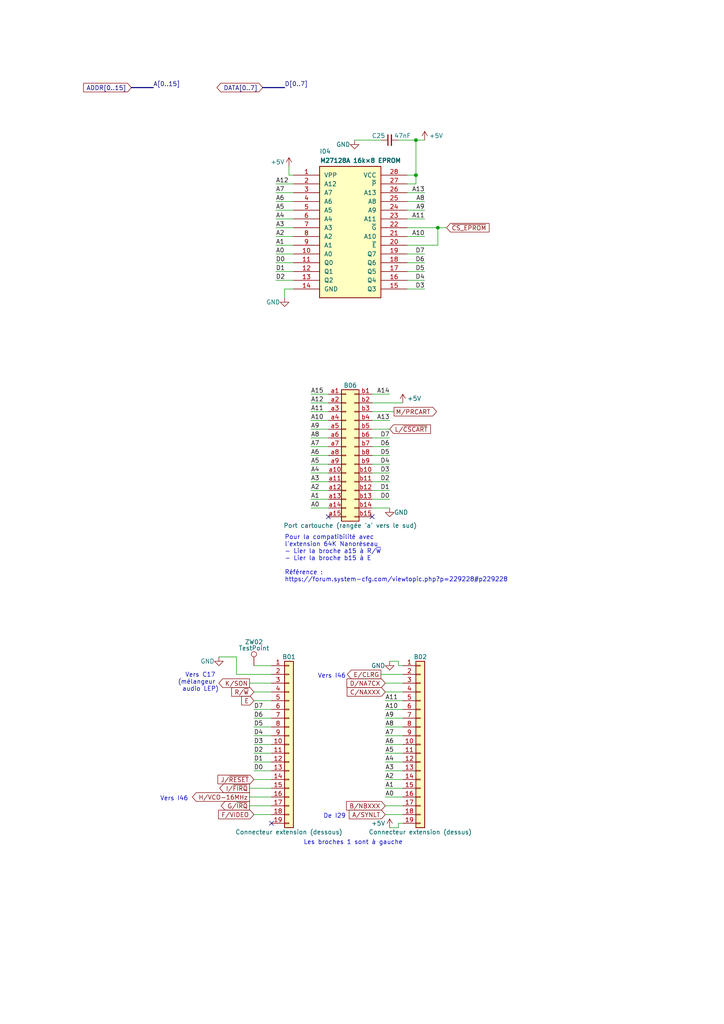
<source format=kicad_sch>
(kicad_sch (version 20211123) (generator eeschema)
  (paper "A4" portrait)
  (title_block (title "Conversion du Thomson MO5 — Unité centrale v1") (date "2023-05-24") (rev "v1.0.0-alpha") (comment 1 "http://github.com/sporniket/kicad-conversions--thomson-mo5--v1") (comment 3 "Gate Array Motorola MCA 1300 ALS") (comment 4 "Reference : POP5001 501994-01"))
  (lib_symbols
    (symbol "27128:M27128A_NMOS_128K_16K_X_8_UV_EPROM_PHY" (pin_names (offset 1.27))
      (property "Reference" "U" (at -8.89 24.13 0))
      (property "Value" "M27128A_NMOS_128K_16K_X_8_UV_EPROM_PHY" (at -8.89 21.59 0))
      (symbol "M27128A_NMOS_128K_16K_X_8_UV_EPROM_PHY_0_0"
        (rectangle (start -8.89 19.05) (end 8.89 -19.05) (stroke (width 0.254)) (fill (type background)))
        (pin power_in line (at -16.51 16.51 0) (length 7.62) (name "VPP") (number "1"))
        (pin input line (at -16.51 -6.35 0) (length 7.62) (name "A0") (number "10"))
        (pin tri_state line (at -16.51 -8.89 0) (length 7.62) (name "Q0") (number "11"))
        (pin tri_state line (at -16.51 -11.43 0) (length 7.62) (name "Q1") (number "12"))
        (pin tri_state line (at -16.51 -13.97 0) (length 7.62) (name "Q2") (number "13"))
        (pin power_in line (at -16.51 -16.51 0) (length 7.62) (name "GND") (number "14"))
        (pin tri_state line (at 16.51 -16.51 180) (length 7.62) (name "Q3") (number "15"))
        (pin tri_state line (at 16.51 -13.97 180) (length 7.62) (name "Q4") (number "16"))
        (pin tri_state line (at 16.51 -11.43 180) (length 7.62) (name "Q5") (number "17"))
        (pin tri_state line (at 16.51 -8.89 180) (length 7.62) (name "Q6") (number "18"))
        (pin tri_state line (at 16.51 -6.35 180) (length 7.62) (name "Q7") (number "19"))
        (pin input line (at -16.51 13.97 0) (length 7.62) (name "A12") (number "2"))
        (pin input line (at 16.51 -3.81 180) (length 7.62) (name "~{E}") (number "20"))
        (pin input line (at 16.51 -1.27 180) (length 7.62) (name "A10") (number "21"))
        (pin input line (at 16.51 1.27 180) (length 7.62) (name "~{G}") (number "22"))
        (pin input line (at 16.51 3.81 180) (length 7.62) (name "A11") (number "23"))
        (pin input line (at 16.51 6.35 180) (length 7.62) (name "A9") (number "24"))
        (pin input line (at 16.51 8.89 180) (length 7.62) (name "A8") (number "25"))
        (pin input line (at 16.51 11.43 180) (length 7.62) (name "A13") (number "26"))
        (pin input line (at 16.51 13.97 180) (length 7.62) (name "~{P}") (number "27"))
        (pin power_in line (at 16.51 16.51 180) (length 7.62) (name "VCC") (number "28"))
        (pin input line (at -16.51 11.43 0) (length 7.62) (name "A7") (number "3"))
        (pin input line (at -16.51 8.89 0) (length 7.62) (name "A6") (number "4"))
        (pin input line (at -16.51 6.35 0) (length 7.62) (name "A5") (number "5"))
        (pin input line (at -16.51 3.81 0) (length 7.62) (name "A4") (number "6"))
        (pin input line (at -16.51 1.27 0) (length 7.62) (name "A3") (number "7"))
        (pin input line (at -16.51 -1.27 0) (length 7.62) (name "A2") (number "8"))
        (pin input line (at -16.51 -3.81 0) (length 7.62) (name "A1") (number "9"))
      )
    )
    (symbol "Connector:TestPoint" (pin_numbers hide) (pin_names (offset 0.762) hide)
      (property "Reference" "TP" (at 0 6.858 0))
      (property "Value" "TestPoint" (at 0 5.08 0))
      (symbol "TestPoint_0_1"
        (circle (center 0 3.302) (radius 0.762))
      )
      (symbol "TestPoint_1_1"
        (pin passive line (at 0 0 90) (length 2.54) (name "1") (number "1"))
      )
    )
    (symbol "Connector_Generic:Conn_01x19" (pin_names (offset 1.016) hide)
      (property "Reference" "J" (at 0 25.4 0))
      (property "Value" "Conn_01x19" (at 0 -25.4 0))
      (symbol "Conn_01x19_1_1"
        (rectangle (start -1.27 -22.733) (end 0 -22.987) (stroke (width 0.1524)))
        (rectangle (start -1.27 -20.193) (end 0 -20.447) (stroke (width 0.1524)))
        (rectangle (start -1.27 -17.653) (end 0 -17.907) (stroke (width 0.1524)))
        (rectangle (start -1.27 -15.113) (end 0 -15.367) (stroke (width 0.1524)))
        (rectangle (start -1.27 -12.573) (end 0 -12.827) (stroke (width 0.1524)))
        (rectangle (start -1.27 -10.033) (end 0 -10.287) (stroke (width 0.1524)))
        (rectangle (start -1.27 -7.493) (end 0 -7.747) (stroke (width 0.1524)))
        (rectangle (start -1.27 -4.953) (end 0 -5.207) (stroke (width 0.1524)))
        (rectangle (start -1.27 -2.413) (end 0 -2.667) (stroke (width 0.1524)))
        (rectangle (start -1.27 0.127) (end 0 -0.127) (stroke (width 0.1524)))
        (rectangle (start -1.27 2.667) (end 0 2.413) (stroke (width 0.1524)))
        (rectangle (start -1.27 5.207) (end 0 4.953) (stroke (width 0.1524)))
        (rectangle (start -1.27 7.747) (end 0 7.493) (stroke (width 0.1524)))
        (rectangle (start -1.27 10.287) (end 0 10.033) (stroke (width 0.1524)))
        (rectangle (start -1.27 12.827) (end 0 12.573) (stroke (width 0.1524)))
        (rectangle (start -1.27 15.367) (end 0 15.113) (stroke (width 0.1524)))
        (rectangle (start -1.27 17.907) (end 0 17.653) (stroke (width 0.1524)))
        (rectangle (start -1.27 20.447) (end 0 20.193) (stroke (width 0.1524)))
        (rectangle (start -1.27 22.987) (end 0 22.733) (stroke (width 0.1524)))
        (rectangle (start -1.27 24.13) (end 1.27 -24.13) (stroke (width 0.254)) (fill (type background)))
        (pin passive line (at -5.08 22.86 0) (length 3.81) (name "Pin_1") (number "1"))
        (pin passive line (at -5.08 0 0) (length 3.81) (name "Pin_10") (number "10"))
        (pin passive line (at -5.08 -2.54 0) (length 3.81) (name "Pin_11") (number "11"))
        (pin passive line (at -5.08 -5.08 0) (length 3.81) (name "Pin_12") (number "12"))
        (pin passive line (at -5.08 -7.62 0) (length 3.81) (name "Pin_13") (number "13"))
        (pin passive line (at -5.08 -10.16 0) (length 3.81) (name "Pin_14") (number "14"))
        (pin passive line (at -5.08 -12.7 0) (length 3.81) (name "Pin_15") (number "15"))
        (pin passive line (at -5.08 -15.24 0) (length 3.81) (name "Pin_16") (number "16"))
        (pin passive line (at -5.08 -17.78 0) (length 3.81) (name "Pin_17") (number "17"))
        (pin passive line (at -5.08 -20.32 0) (length 3.81) (name "Pin_18") (number "18"))
        (pin passive line (at -5.08 -22.86 0) (length 3.81) (name "Pin_19") (number "19"))
        (pin passive line (at -5.08 20.32 0) (length 3.81) (name "Pin_2") (number "2"))
        (pin passive line (at -5.08 17.78 0) (length 3.81) (name "Pin_3") (number "3"))
        (pin passive line (at -5.08 15.24 0) (length 3.81) (name "Pin_4") (number "4"))
        (pin passive line (at -5.08 12.7 0) (length 3.81) (name "Pin_5") (number "5"))
        (pin passive line (at -5.08 10.16 0) (length 3.81) (name "Pin_6") (number "6"))
        (pin passive line (at -5.08 7.62 0) (length 3.81) (name "Pin_7") (number "7"))
        (pin passive line (at -5.08 5.08 0) (length 3.81) (name "Pin_8") (number "8"))
        (pin passive line (at -5.08 2.54 0) (length 3.81) (name "Pin_9") (number "9"))
      )
    )
    (symbol "Connector_Generic:Conn_02x15_Row_Letter_First" (pin_names (offset 1.016) hide)
      (property "Reference" "J" (at 1.27 20.32 0))
      (property "Value" "Conn_02x15_Row_Letter_First" (at 1.27 -20.32 0))
      (symbol "Conn_02x15_Row_Letter_First_1_1"
        (rectangle (start -1.27 -17.653) (end 0 -17.907) (stroke (width 0.1524)))
        (rectangle (start -1.27 -15.113) (end 0 -15.367) (stroke (width 0.1524)))
        (rectangle (start -1.27 -12.573) (end 0 -12.827) (stroke (width 0.1524)))
        (rectangle (start -1.27 -10.033) (end 0 -10.287) (stroke (width 0.1524)))
        (rectangle (start -1.27 -7.493) (end 0 -7.747) (stroke (width 0.1524)))
        (rectangle (start -1.27 -4.953) (end 0 -5.207) (stroke (width 0.1524)))
        (rectangle (start -1.27 -2.413) (end 0 -2.667) (stroke (width 0.1524)))
        (rectangle (start -1.27 0.127) (end 0 -0.127) (stroke (width 0.1524)))
        (rectangle (start -1.27 2.667) (end 0 2.413) (stroke (width 0.1524)))
        (rectangle (start -1.27 5.207) (end 0 4.953) (stroke (width 0.1524)))
        (rectangle (start -1.27 7.747) (end 0 7.493) (stroke (width 0.1524)))
        (rectangle (start -1.27 10.287) (end 0 10.033) (stroke (width 0.1524)))
        (rectangle (start -1.27 12.827) (end 0 12.573) (stroke (width 0.1524)))
        (rectangle (start -1.27 15.367) (end 0 15.113) (stroke (width 0.1524)))
        (rectangle (start -1.27 17.907) (end 0 17.653) (stroke (width 0.1524)))
        (rectangle (start -1.27 19.05) (end 3.81 -19.05) (stroke (width 0.254)) (fill (type background)))
        (rectangle (start 3.81 -17.653) (end 2.54 -17.907) (stroke (width 0.1524)))
        (rectangle (start 3.81 -15.113) (end 2.54 -15.367) (stroke (width 0.1524)))
        (rectangle (start 3.81 -12.573) (end 2.54 -12.827) (stroke (width 0.1524)))
        (rectangle (start 3.81 -10.033) (end 2.54 -10.287) (stroke (width 0.1524)))
        (rectangle (start 3.81 -7.493) (end 2.54 -7.747) (stroke (width 0.1524)))
        (rectangle (start 3.81 -4.953) (end 2.54 -5.207) (stroke (width 0.1524)))
        (rectangle (start 3.81 -2.413) (end 2.54 -2.667) (stroke (width 0.1524)))
        (rectangle (start 3.81 0.127) (end 2.54 -0.127) (stroke (width 0.1524)))
        (rectangle (start 3.81 2.667) (end 2.54 2.413) (stroke (width 0.1524)))
        (rectangle (start 3.81 5.207) (end 2.54 4.953) (stroke (width 0.1524)))
        (rectangle (start 3.81 7.747) (end 2.54 7.493) (stroke (width 0.1524)))
        (rectangle (start 3.81 10.287) (end 2.54 10.033) (stroke (width 0.1524)))
        (rectangle (start 3.81 12.827) (end 2.54 12.573) (stroke (width 0.1524)))
        (rectangle (start 3.81 15.367) (end 2.54 15.113) (stroke (width 0.1524)))
        (rectangle (start 3.81 17.907) (end 2.54 17.653) (stroke (width 0.1524)))
        (pin passive line (at -5.08 17.78 0) (length 3.81) (name "Pin_a1") (number "a1"))
        (pin passive line (at -5.08 -5.08 0) (length 3.81) (name "Pin_a10") (number "a10"))
        (pin passive line (at -5.08 -7.62 0) (length 3.81) (name "Pin_a11") (number "a11"))
        (pin passive line (at -5.08 -10.16 0) (length 3.81) (name "Pin_a12") (number "a12"))
        (pin passive line (at -5.08 -12.7 0) (length 3.81) (name "Pin_a13") (number "a13"))
        (pin passive line (at -5.08 -15.24 0) (length 3.81) (name "Pin_a14") (number "a14"))
        (pin passive line (at -5.08 -17.78 0) (length 3.81) (name "Pin_a15") (number "a15"))
        (pin passive line (at -5.08 15.24 0) (length 3.81) (name "Pin_a2") (number "a2"))
        (pin passive line (at -5.08 12.7 0) (length 3.81) (name "Pin_a3") (number "a3"))
        (pin passive line (at -5.08 10.16 0) (length 3.81) (name "Pin_a4") (number "a4"))
        (pin passive line (at -5.08 7.62 0) (length 3.81) (name "Pin_a5") (number "a5"))
        (pin passive line (at -5.08 5.08 0) (length 3.81) (name "Pin_a6") (number "a6"))
        (pin passive line (at -5.08 2.54 0) (length 3.81) (name "Pin_a7") (number "a7"))
        (pin passive line (at -5.08 0 0) (length 3.81) (name "Pin_a8") (number "a8"))
        (pin passive line (at -5.08 -2.54 0) (length 3.81) (name "Pin_a9") (number "a9"))
        (pin passive line (at 7.62 17.78 180) (length 3.81) (name "Pin_b1") (number "b1"))
        (pin passive line (at 7.62 -5.08 180) (length 3.81) (name "Pin_b10") (number "b10"))
        (pin passive line (at 7.62 -7.62 180) (length 3.81) (name "Pin_b11") (number "b11"))
        (pin passive line (at 7.62 -10.16 180) (length 3.81) (name "Pin_b12") (number "b12"))
        (pin passive line (at 7.62 -12.7 180) (length 3.81) (name "Pin_b13") (number "b13"))
        (pin passive line (at 7.62 -15.24 180) (length 3.81) (name "Pin_b14") (number "b14"))
        (pin passive line (at 7.62 -17.78 180) (length 3.81) (name "Pin_b15") (number "b15"))
        (pin passive line (at 7.62 15.24 180) (length 3.81) (name "Pin_b2") (number "b2"))
        (pin passive line (at 7.62 12.7 180) (length 3.81) (name "Pin_b3") (number "b3"))
        (pin passive line (at 7.62 10.16 180) (length 3.81) (name "Pin_b4") (number "b4"))
        (pin passive line (at 7.62 7.62 180) (length 3.81) (name "Pin_b5") (number "b5"))
        (pin passive line (at 7.62 5.08 180) (length 3.81) (name "Pin_b6") (number "b6"))
        (pin passive line (at 7.62 2.54 180) (length 3.81) (name "Pin_b7") (number "b7"))
        (pin passive line (at 7.62 0 180) (length 3.81) (name "Pin_b8") (number "b8"))
        (pin passive line (at 7.62 -2.54 180) (length 3.81) (name "Pin_b9") (number "b9"))
      )
    )
    (symbol "Device:C_Small" (pin_numbers hide) (pin_names (offset 0.254) hide)
      (property "Reference" "C" (at 0.254 1.778 0))
      (property "Value" "C_Small" (at 0.254 -2.032 0))
      (symbol "C_Small_0_1"
        (polyline (pts (xy -1.524 -0.508) (xy 1.524 -0.508)) (stroke (width 0.3302)))
        (polyline (pts (xy -1.524 0.508) (xy 1.524 0.508)) (stroke (width 0.3048)))
      )
      (symbol "C_Small_1_1"
        (pin passive line (at 0 2.54 270) (length 2.032) (name "~") (number "1"))
        (pin passive line (at 0 -2.54 90) (length 2.032) (name "~") (number "2"))
      )
    )
    (symbol "power:+5V" (power) (pin_names (offset 0))
      (property "Value" "+5V" (at 0 3.556 0))
      (symbol "+5V_0_1"
        (polyline (pts (xy -0.762 1.27) (xy 0 2.54)))
        (polyline (pts (xy 0 0) (xy 0 2.54)))
        (polyline (pts (xy 0 2.54) (xy 0.762 1.27)))
      )
      (symbol "+5V_1_1"
        (pin power_in line (at 0 0 90) (length 0) hide (name "+5V") (number "1"))
      )
    )
    (symbol "power:GND" (power) (pin_names (offset 0))
      (property "Value" "GND" (at 0 -3.81 0))
      (symbol "GND_0_1"
        (polyline (pts (xy 0 0) (xy 0 -1.27) (xy 1.27 -1.27) (xy 0 -2.54) (xy -1.27 -1.27) (xy 0 -1.27)))
      )
      (symbol "GND_1_1"
        (pin power_in line (at 0 0 270) (length 0) hide (name "GND") (number "1"))
      )
    )
  )
  (junction (at 120.65 50.8))
  (junction (at 120.65 40.64))
  (junction (at 127 66.04))
  (no_connect (at 95.25 149.86))
  (no_connect (at 107.95 149.86))
  (no_connect (at 78.74 238.76))
  (wire (pts (xy 80.01 58.42) (xy 85.09 58.42)))
  (wire (pts (xy 111.76 215.9) (xy 116.84 215.9)))
  (wire (pts (xy 90.17 114.3) (xy 95.25 114.3)))
  (wire (pts (xy 107.95 129.54) (xy 113.03 129.54)))
  (wire (pts (xy 111.76 220.98) (xy 116.84 220.98)))
  (wire (pts (xy 120.65 40.64) (xy 120.65 50.8)))
  (wire (pts (xy 120.65 40.64) (xy 123.19 40.64)))
  (wire (pts (xy 80.01 63.5) (xy 85.09 63.5)))
  (wire (pts (xy 80.01 76.2) (xy 85.09 76.2)))
  (wire (pts (xy 73.66 200.66) (xy 78.74 200.66)))
  (wire (pts (xy 63.5 190.5) (xy 68.58 190.5)))
  (wire (pts (xy 118.11 71.12) (xy 127 71.12)))
  (wire (pts (xy 118.11 83.82) (xy 123.19 83.82)))
  (wire (pts (xy 111.76 213.36) (xy 116.84 213.36)))
  (wire (pts (xy 118.11 63.5) (xy 123.19 63.5)))
  (wire (pts (xy 73.66 220.98) (xy 78.74 220.98)))
  (wire (pts (xy 107.95 124.46) (xy 113.03 124.46)))
  (wire (pts (xy 107.95 147.32) (xy 113.03 147.32)))
  (wire (pts (xy 127 71.12) (xy 127 66.04)))
  (wire (pts (xy 107.95 142.24) (xy 113.03 142.24)))
  (wire (pts (xy 111.76 208.28) (xy 116.84 208.28)))
  (wire (pts (xy 82.55 86.36) (xy 82.55 83.82)))
  (wire (pts (xy 73.66 226.06) (xy 78.74 226.06)))
  (wire (pts (xy 111.76 226.06) (xy 116.84 226.06)))
  (wire (pts (xy 107.95 127) (xy 113.03 127)))
  (wire (pts (xy 80.01 71.12) (xy 85.09 71.12)))
  (wire (pts (xy 115.57 240.03) (xy 115.57 238.76)))
  (wire (pts (xy 73.66 205.74) (xy 78.74 205.74)))
  (wire (pts (xy 73.66 203.2) (xy 78.74 203.2)))
  (wire (pts (xy 90.17 142.24) (xy 95.25 142.24)))
  (wire (pts (xy 85.09 50.8) (xy 83.82 50.8)))
  (wire (pts (xy 73.66 215.9) (xy 78.74 215.9)))
  (wire (pts (xy 72.39 198.12) (xy 78.74 198.12)))
  (wire (pts (xy 73.66 213.36) (xy 78.74 213.36)))
  (wire (pts (xy 118.11 53.34) (xy 120.65 53.34)))
  (wire (pts (xy 115.57 191.77) (xy 115.57 193.04)))
  (wire (pts (xy 113.03 240.03) (xy 115.57 240.03)))
  (wire (pts (xy 115.57 40.64) (xy 120.65 40.64)))
  (wire (pts (xy 90.17 144.78) (xy 95.25 144.78)))
  (wire (pts (xy 111.76 233.68) (xy 116.84 233.68)))
  (wire (pts (xy 73.66 218.44) (xy 78.74 218.44)))
  (wire (pts (xy 80.01 73.66) (xy 85.09 73.66)))
  (wire (pts (xy 107.95 119.38) (xy 114.3 119.38)))
  (wire (pts (xy 73.66 223.52) (xy 78.74 223.52)))
  (wire (pts (xy 73.66 193.04) (xy 78.74 193.04)))
  (wire (pts (xy 120.65 50.8) (xy 120.65 53.34)))
  (wire (pts (xy 90.17 116.84) (xy 95.25 116.84)))
  (wire (pts (xy 90.17 124.46) (xy 95.25 124.46)))
  (wire (pts (xy 118.11 55.88) (xy 123.19 55.88)))
  (wire (pts (xy 107.95 116.84) (xy 116.84 116.84)))
  (wire (pts (xy 68.58 190.5) (xy 68.58 195.58)))
  (wire (pts (xy 82.55 83.82) (xy 85.09 83.82)))
  (wire (pts (xy 107.95 121.92) (xy 113.03 121.92)))
  (wire (pts (xy 113.03 191.77) (xy 115.57 191.77)))
  (wire (pts (xy 118.11 50.8) (xy 120.65 50.8)))
  (wire (pts (xy 118.11 60.96) (xy 123.19 60.96)))
  (wire (pts (xy 90.17 134.62) (xy 95.25 134.62)))
  (wire (pts (xy 118.11 68.58) (xy 123.19 68.58)))
  (wire (pts (xy 111.76 236.22) (xy 116.84 236.22)))
  (wire (pts (xy 73.66 210.82) (xy 78.74 210.82)))
  (wire (pts (xy 80.01 55.88) (xy 85.09 55.88)))
  (wire (pts (xy 111.76 223.52) (xy 116.84 223.52)))
  (wire (pts (xy 90.17 129.54) (xy 95.25 129.54)))
  (wire (pts (xy 107.95 132.08) (xy 113.03 132.08)))
  (wire (pts (xy 111.76 228.6) (xy 116.84 228.6)))
  (wire (pts (xy 80.01 53.34) (xy 85.09 53.34)))
  (wire (pts (xy 73.66 208.28) (xy 78.74 208.28)))
  (wire (pts (xy 80.01 66.04) (xy 85.09 66.04)))
  (wire (pts (xy 107.95 139.7) (xy 113.03 139.7)))
  (wire (pts (xy 127 66.04) (xy 129.54 66.04)))
  (wire (pts (xy 111.76 231.14) (xy 116.84 231.14)))
  (wire (pts (xy 90.17 127) (xy 95.25 127)))
  (wire (pts (xy 102.87 40.64) (xy 110.49 40.64)))
  (wire (pts (xy 72.39 231.14) (xy 78.74 231.14)))
  (wire (pts (xy 111.76 198.12) (xy 116.84 198.12)))
  (wire (pts (xy 80.01 81.28) (xy 85.09 81.28)))
  (wire (pts (xy 90.17 139.7) (xy 95.25 139.7)))
  (wire (pts (xy 72.39 233.68) (xy 78.74 233.68)))
  (wire (pts (xy 111.76 200.66) (xy 116.84 200.66)))
  (wire (pts (xy 83.82 48.26) (xy 83.82 50.8)))
  (wire (pts (xy 111.76 210.82) (xy 116.84 210.82)))
  (wire (pts (xy 118.11 66.04) (xy 127 66.04)))
  (wire (pts (xy 90.17 132.08) (xy 95.25 132.08)))
  (wire (pts (xy 107.95 144.78) (xy 113.03 144.78)))
  (wire (pts (xy 90.17 147.32) (xy 95.25 147.32)))
  (wire (pts (xy 80.01 60.96) (xy 85.09 60.96)))
  (wire (pts (xy 80.01 78.74) (xy 85.09 78.74)))
  (wire (pts (xy 73.66 236.22) (xy 78.74 236.22)))
  (wire (pts (xy 111.76 218.44) (xy 116.84 218.44)))
  (wire (pts (xy 90.17 121.92) (xy 95.25 121.92)))
  (wire (pts (xy 111.76 205.74) (xy 116.84 205.74)))
  (wire (pts (xy 90.17 137.16) (xy 95.25 137.16)))
  (wire (pts (xy 72.39 228.6) (xy 78.74 228.6)))
  (wire (pts (xy 118.11 76.2) (xy 123.19 76.2)))
  (bus (pts (xy 38.1 25.4) (xy 44.45 25.4)))
  (wire (pts (xy 90.17 119.38) (xy 95.25 119.38)))
  (wire (pts (xy 115.57 193.04) (xy 116.84 193.04)))
  (wire (pts (xy 115.57 238.76) (xy 116.84 238.76)))
  (wire (pts (xy 118.11 58.42) (xy 123.19 58.42)))
  (wire (pts (xy 118.11 81.28) (xy 123.19 81.28)))
  (wire (pts (xy 118.11 78.74) (xy 123.19 78.74)))
  (wire (pts (xy 107.95 114.3) (xy 113.03 114.3)))
  (wire (pts (xy 111.76 203.2) (xy 116.84 203.2)))
  (wire (pts (xy 80.01 68.58) (xy 85.09 68.58)))
  (wire (pts (xy 110.49 195.58) (xy 116.84 195.58)))
  (wire (pts (xy 107.95 137.16) (xy 113.03 137.16)))
  (bus (pts (xy 76.2 25.4) (xy 82.55 25.4)))
  (wire (pts (xy 107.95 134.62) (xy 113.03 134.62)))
  (wire (pts (xy 118.11 73.66) (xy 123.19 73.66)))
  (wire (pts (xy 68.58 195.58) (xy 78.74 195.58)))
  (text "Vers I46" (at 100.33 196.85 180) (effects (font (size 1.27 1.27)) (justify right bottom)))
  (text "Les broches 1 sont à gauche" (at 116.84 245.11 180) (effects (font (size 1.27 1.27)) (justify right bottom)))
  (text "Pour la compatibilité avec \nl'extension 64K Nanoréseau\n- Lier la broche a15 à R/~{W}\n- Lier la broche b15 à E\n\nRéférence :\nhttps://forum.system-cfg.com/viewtopic.php?p=229228#p229228" (at 82.55 168.91 0) (effects (font (size 1.27 1.27)) (justify left bottom)))
  (text "Vers I46" (at 54.61 232.41 180) (effects (font (size 1.27 1.27)) (justify right bottom)))
  (text "Vers C17 \n(mélangeur \naudio LEP)" (at 63.5 200.66 180) (effects (font (size 1.27 1.27)) (justify right bottom)))
  (text "De I29" (at 100.33 237.49 180) (effects (font (size 1.27 1.27)) (justify right bottom)))
  (label "A6" (at 111.76 215.9 0))
  (label "D1" (at 80.01 78.74 0))
  (label "A4" (at 111.76 220.98 0))
  (label "A12" (at 90.17 116.84 0))
  (label "A9" (at 111.76 208.28 0))
  (label "D0" (at 113.03 144.78 180))
  (label "A5" (at 111.76 218.44 0))
  (label "D4" (at 123.19 81.28 180))
  (label "A7" (at 111.76 213.36 0))
  (label "D6" (at 123.19 76.2 180))
  (label "A11" (at 90.17 119.38 0))
  (label "A10" (at 90.17 121.92 0))
  (label "A8" (at 123.19 58.42 180))
  (label "D[0..7]" (at 82.55 25.4 0))
  (label "D6" (at 113.03 129.54 180))
  (label "A[0..15]" (at 44.45 25.4 0))
  (label "A3" (at 80.01 66.04 0))
  (label "A3" (at 90.17 139.7 0))
  (label "D0" (at 80.01 76.2 0))
  (label "A0" (at 111.76 231.14 0))
  (label "A7" (at 90.17 129.54 0))
  (label "A9" (at 123.19 60.96 180))
  (label "A2" (at 90.17 142.24 0))
  (label "A11" (at 111.76 203.2 0))
  (label "D1" (at 113.03 142.24 180))
  (label "D2" (at 73.66 218.44 0))
  (label "D0" (at 73.66 223.52 0))
  (label "A6" (at 80.01 58.42 0))
  (label "A8" (at 111.76 210.82 0))
  (label "D7" (at 123.19 73.66 180))
  (label "D5" (at 113.03 132.08 180))
  (label "D1" (at 73.66 220.98 0))
  (label "D7" (at 73.66 205.74 0))
  (label "A7" (at 80.01 55.88 0))
  (label "A11" (at 123.19 63.5 180))
  (label "A0" (at 90.17 147.32 0))
  (label "D4" (at 113.03 134.62 180))
  (label "D7" (at 113.03 127 180))
  (label "D2" (at 113.03 139.7 180))
  (label "A5" (at 80.01 60.96 0))
  (label "A2" (at 111.76 226.06 0))
  (label "A13" (at 123.19 55.88 180))
  (label "D5" (at 123.19 78.74 180))
  (label "D5" (at 73.66 210.82 0))
  (label "A3" (at 111.76 223.52 0))
  (label "D4" (at 73.66 213.36 0))
  (label "A9" (at 90.17 124.46 0))
  (label "A4" (at 90.17 137.16 0))
  (label "A15" (at 90.17 114.3 0))
  (label "A10" (at 111.76 205.74 0))
  (label "A10" (at 123.19 68.58 180))
  (label "D6" (at 73.66 208.28 0))
  (label "A14" (at 113.03 114.3 180))
  (label "A1" (at 80.01 71.12 0))
  (label "D3" (at 123.19 83.82 180))
  (label "A5" (at 90.17 134.62 0))
  (label "D3" (at 73.66 215.9 0))
  (label "A12" (at 80.01 53.34 0))
  (label "A0" (at 80.01 73.66 0))
  (label "A1" (at 111.76 228.6 0))
  (label "A8" (at 90.17 127 0))
  (label "A6" (at 90.17 132.08 0))
  (label "D2" (at 80.01 81.28 0))
  (label "D3" (at 113.03 137.16 180))
  (label "A13" (at 113.03 121.92 180))
  (label "A2" (at 80.01 68.58 0))
  (label "A4" (at 80.01 63.5 0))
  (label "A1" (at 90.17 144.78 0))
  (global_label "M{slash}PRCART" (shape output) (at 114.3 119.38 0) (property "Intersheet References" "${INTERSHEET_REFS}" (effects hide)))
  (global_label "ADDR[0..15]" (shape input) (at 38.1 25.4 180) (property "Intersheet References" "${INTERSHEET_REFS}" (effects hide)))
  (global_label "D{slash}NA7CX" (shape input) (at 111.76 198.12 180) (property "Intersheet References" "${INTERSHEET_REFS}" (effects hide)))
  (global_label "I{slash}~{FIRQ}" (shape output) (at 72.39 228.6 180) (property "Intersheet References" "${INTERSHEET_REFS}" (effects hide)))
  (global_label "J{slash}~{RESET}" (shape input) (at 73.66 226.06 180) (property "Intersheet References" "${INTERSHEET_REFS}" (effects hide)))
  (global_label "~{CS_EPROM}" (shape input) (at 129.54 66.04 0) (property "Intersheet References" "${INTERSHEET_REFS}" (effects hide)))
  (global_label "R{slash}~{W}" (shape input) (at 73.66 200.66 180) (property "Intersheet References" "${INTERSHEET_REFS}" (effects hide)))
  (global_label "E{slash}CLRG" (shape output) (at 110.49 195.58 180) (property "Intersheet References" "${INTERSHEET_REFS}" (effects hide)))
  (global_label "B{slash}NBXXX" (shape input) (at 111.76 233.68 180) (property "Intersheet References" "${INTERSHEET_REFS}" (effects hide)))
  (global_label "H{slash}VCO-16MHz" (shape output) (at 72.39 231.14 180) (property "Intersheet References" "${INTERSHEET_REFS}" (effects hide)))
  (global_label "C{slash}NAXXX" (shape input) (at 111.76 200.66 180) (property "Intersheet References" "${INTERSHEET_REFS}" (effects hide)))
  (global_label "L{slash}~{CSCART}" (shape input) (at 113.03 124.46 0) (property "Intersheet References" "${INTERSHEET_REFS}" (effects hide)))
  (global_label "A{slash}SYNLT" (shape input) (at 111.76 236.22 180) (property "Intersheet References" "${INTERSHEET_REFS}" (effects hide)))
  (global_label "K{slash}SON" (shape output) (at 72.39 198.12 180) (property "Intersheet References" "${INTERSHEET_REFS}" (effects hide)))
  (global_label "DATA[0..7]" (shape bidirectional) (at 76.2 25.4 180) (property "Intersheet References" "${INTERSHEET_REFS}" (effects hide)))
  (global_label "G{slash}~{IRQ}" (shape output) (at 72.39 233.68 180) (property "Intersheet References" "${INTERSHEET_REFS}" (effects hide)))
  (global_label "F{slash}VIDEO" (shape input) (at 73.66 236.22 180) (property "Intersheet References" "${INTERSHEET_REFS}" (effects hide)))
  (global_label "E" (shape input) (at 73.66 203.2 180) (property "Intersheet References" "${INTERSHEET_REFS}" (effects hide)))
  (symbol (lib_id "power:+5V") (at 113.03 240.03 0) (unit 1)
    (property "Reference" "#PWR0211" (effects hide))
    (property "Value" "+5V" (at 111.76 238.76 0) (effects (justify right)))
  )
  (symbol (lib_id "power:+5V") (at 116.84 116.84 0) (unit 1)
    (property "Reference" "#PWR0208" (effects hide))
    (property "Value" "+5V" (at 118.11 115.57 0) (effects (justify left)))
  )
  (symbol (lib_id "power:GND") (at 102.87 40.64 0) (unit 1)
    (property "Reference" "#PWR0205" (effects hide))
    (property "Value" "GND" (at 101.6 41.91 0) (effects (justify right)))
  )
  (symbol (lib_id "Connector:TestPoint") (at 73.66 193.04 0) (unit 1)
    (property "Reference" "ZW02" (at 73.66 186.182 0))
    (property "Value" "TestPoint" (at 73.66 187.96 0))
    (property "Footprint" "Connector_PinHeader_2.54mm:PinHeader_1x01_P2.54mm_Vertical" (effects hide))
  )
  (symbol (lib_id "Connector_Generic:Conn_01x19") (at 121.92 215.9 0) (unit 1)
    (property "Reference" "B02" (at 121.92 190.5 0))
    (property "Value" "Connecteur extension (dessus)" (at 121.92 241.3 0))
    (property "Footprint" "thomson-moto-interconnect:extension_port_1x19_topside_2mm_pad_width_2.54mm_pad_pitch" (effects hide))
  )
  (symbol (lib_id "power:GND") (at 113.03 191.77 0) (unit 1)
    (property "Reference" "#PWR0210" (effects hide))
    (property "Value" "GND" (at 111.76 193.04 0) (effects (justify right)))
  )
  (symbol (lib_id "power:GND") (at 63.5 190.5 0) (unit 1)
    (property "Reference" "#PWR0207" (effects hide))
    (property "Value" "GND" (at 62.23 191.77 0) (effects (justify right)))
  )
  (symbol (lib_id "power:+5V") (at 83.82 48.26 0) (unit 1)
    (property "Reference" "#PWR0213" (effects hide))
    (property "Value" "+5V" (at 82.55 46.99 0) (effects (justify right)))
  )
  (symbol (lib_id "Connector_Generic:Conn_02x15_Row_Letter_First") (at 100.33 132.08 0) (unit 1)
    (property "Reference" "B06" (at 101.6 111.76 0))
    (property "Value" "Port cartouche (rangée 'a' vers le sud)" (at 101.6 152.4 0))
    (property "Footprint" "thomson-moto-interconnect:cartridge_port_2x13_pcb_edge_pitch_100mils_row_pitch_200mils" (effects hide))
  )
  (symbol (lib_id "Device:C_Small") (at 113.03 40.64 90) (unit 1)
    (property "Reference" "C25" (at 111.76 39.37 90) (effects (justify left)))
    (property "Value" "47nF" (at 114.3 39.37 90) (effects (justify right)))
    (property "Footprint" "commons-passives_THT:Passive_THT_capacitor_mlcc_W2.54mm_L5.08mm" (effects hide))
  )
  (symbol (lib_id "power:GND") (at 113.03 147.32 0) (unit 1)
    (property "Reference" "#PWR0209" (effects hide))
    (property "Value" "GND" (at 114.3 148.59 0) (effects (justify left)))
  )
  (symbol (lib_id "power:+5V") (at 123.19 40.64 0) (unit 1)
    (property "Reference" "#PWR0206" (effects hide))
    (property "Value" "+5V" (at 124.46 39.37 0) (effects (justify left)))
  )
  (symbol (lib_id "power:GND") (at 82.55 86.36 0) (unit 1)
    (property "Reference" "#PWR0212" (effects hide))
    (property "Value" "GND" (at 81.28 87.63 0) (effects (justify right)))
  )
  (symbol (lib_id "27128:M27128A_NMOS_128K_16K_X_8_UV_EPROM_PHY") (at 101.6 67.31 0) (unit 1)
    (property "Reference" "I04" (at 92.71 43.18 0) (effects (justify left top)))
    (property "Value" "M27128A 16k×8 EPROM" (at 92.71 45.72 0) (effects (font bold) (justify left top)))
    (property "Footprint" "Package_DIP:DIP-28_W15.24mm_LongPads" (effects hide))
    (property "Datasheet" "https://pdf.datasheetcatalog.com/datasheet_pdf/sgs-thomson-microelectronics/27128.pdf" (effects hide))
  )
  (symbol (lib_id "Connector_Generic:Conn_01x19") (at 83.82 215.9 0) (unit 1)
    (property "Reference" "B01" (at 83.82 190.5 0))
    (property "Value" "Connecteur extension (dessous)" (at 83.82 241.3 0))
    (property "Footprint" "thomson-moto-interconnect:extension_port_1x19_backside_2mm_pad_width_2.54mm_pad_pitch" (effects hide))
  )
)
</source>
